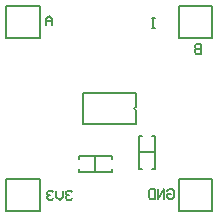
<source format=gbo>
G04*
G04 #@! TF.GenerationSoftware,Altium Limited,Altium Designer,24.4.1 (13)*
G04*
G04 Layer_Color=32896*
%FSLAX44Y44*%
%MOMM*%
G71*
G04*
G04 #@! TF.SameCoordinates,981E6EA0-C3E0-4720-A1E8-73D649FB2924*
G04*
G04*
G04 #@! TF.FilePolarity,Positive*
G04*
G01*
G75*
%ADD10C,0.2000*%
%ADD11C,0.1530*%
%ADD27C,0.1500*%
D10*
X22750Y1625D02*
G03*
X22750Y-1625I0J-1625D01*
G01*
X-22750Y-13150D02*
X22750D01*
X-22750D02*
Y13150D01*
X22750D01*
Y1625D02*
Y13150D01*
Y-13150D02*
Y-1625D01*
X87200Y-86450D02*
Y-59550D01*
X58800Y-86450D02*
X87200D01*
X58800D02*
Y-59550D01*
X87200D01*
X-58800Y59550D02*
Y86450D01*
X-87200Y59550D02*
X-58800D01*
X-87200D02*
Y86450D01*
X-58800D01*
X87200Y59550D02*
Y86450D01*
X58800Y59550D02*
X87200D01*
X58800D02*
Y86450D01*
X87200D01*
X-58800Y-86450D02*
Y-59550D01*
X-87200Y-86450D02*
X-58800D01*
X-87200D02*
Y-59550D01*
X-58800D01*
D11*
X38470Y76527D02*
X35804D01*
X37137D01*
Y68530D01*
X38470D01*
X35804D01*
X77470Y54527D02*
Y46530D01*
X73471D01*
X72138Y47863D01*
Y49196D01*
X73471Y50529D01*
X77470D01*
X73471D01*
X72138Y51862D01*
Y53194D01*
X73471Y54527D01*
X77470D01*
X-48530Y70530D02*
Y75862D01*
X-51196Y78527D01*
X-53862Y75862D01*
Y70530D01*
Y74529D01*
X-48530D01*
X49138Y-69805D02*
X50471Y-68473D01*
X53137D01*
X54470Y-69805D01*
Y-75137D01*
X53137Y-76470D01*
X50471D01*
X49138Y-75137D01*
Y-72471D01*
X51804D01*
X46473Y-76470D02*
Y-68473D01*
X41141Y-76470D01*
Y-68473D01*
X38475D02*
Y-76470D01*
X34476D01*
X33143Y-75137D01*
Y-69805D01*
X34476Y-68473D01*
X38475D01*
X-31530Y-70806D02*
X-32863Y-69473D01*
X-35529D01*
X-36862Y-70806D01*
Y-72138D01*
X-35529Y-73471D01*
X-34196D01*
X-35529D01*
X-36862Y-74804D01*
Y-76137D01*
X-35529Y-77470D01*
X-32863D01*
X-31530Y-76137D01*
X-39527Y-69473D02*
Y-74804D01*
X-42193Y-77470D01*
X-44859Y-74804D01*
Y-69473D01*
X-47525Y-70806D02*
X-48858Y-69473D01*
X-51523D01*
X-52856Y-70806D01*
Y-72138D01*
X-51523Y-73471D01*
X-50191D01*
X-51523D01*
X-52856Y-74804D01*
Y-76137D01*
X-51523Y-77470D01*
X-48858D01*
X-47525Y-76137D01*
D27*
X36000Y-23000D02*
X39000D01*
Y-51000D02*
Y-23000D01*
X36000Y-51000D02*
X39000D01*
X25000D02*
X28000D01*
X25000D02*
Y-23000D01*
X28000D01*
X25000Y-37000D02*
X39000D01*
X2000Y-54000D02*
Y-51000D01*
X-26000Y-54000D02*
X2000D01*
X-26000D02*
Y-51000D01*
Y-43000D02*
Y-40000D01*
X2000D01*
Y-43000D02*
Y-40000D01*
X-12000Y-54000D02*
Y-40000D01*
M02*

</source>
